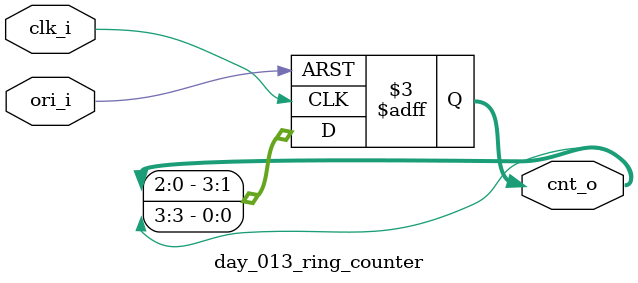
<source format=sv>
`timescale 1ns / 1ps

module day_013_ring_counter#(parameter WIDTH = 4)(  
    input logic clk_i,
    input logic ori_i,
    output logic [WIDTH-1:0] cnt_o 
);


always@(posedge clk_i, negedge ori_i)
    begin
        if(ori_i == 1'b0)
            begin
                cnt_o [WIDTH-1:1] = {WIDTH-1{1'b0}};
                cnt_o [0] = 1'b1;
            end
        else 
            begin
                cnt_o = {cnt_o[WIDTH-2:0], cnt_o[WIDTH-1]};
            end
    end
endmodule




</source>
